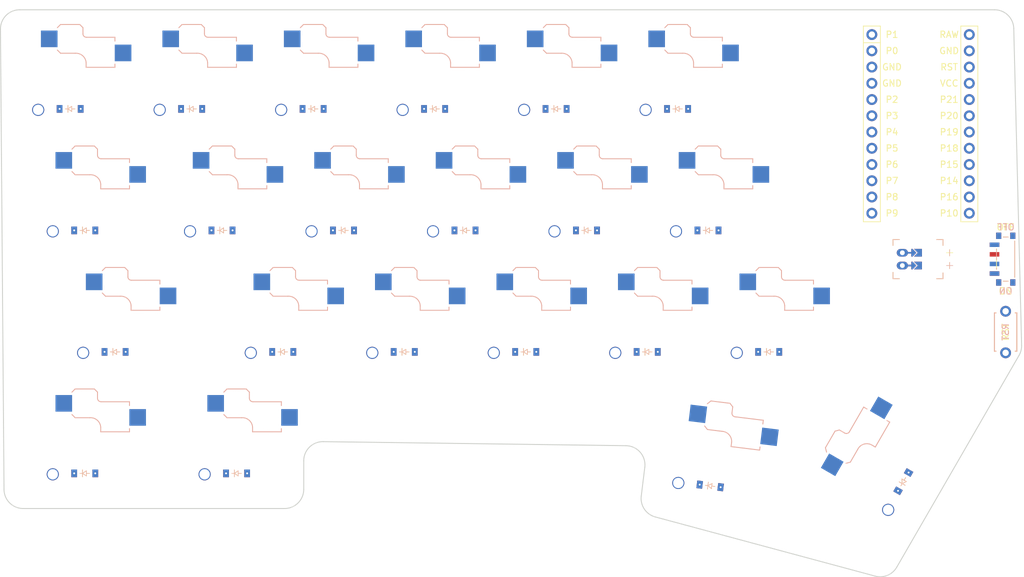
<source format=kicad_pcb>
(kicad_pcb (version 20240108) (generator "ergogen") (generator_version "4.2.1")
  (title_block (title "smth") (date "2026-01-29") (rev "v1.0.0") (company "Unknown"))
  (layers (0 "F.Cu" signal) (31 "B.Cu" signal) (34 "B.Paste" user) (35 "F.Paste" user) (36 "B.SilkS" user "B.Silkscreen") (37 "F.SilkS" user "F.Silkscreen") (38 "B.Mask" user) (39 "F.Mask" user) (44 "Edge.Cuts" user))
  (net 0 "")
  (net 1 "P0")
  (net 2 "esc_default")
  (net 3 "GND")
  (net 4 "D1")
  (net 5 "D2")
  (net 6 "P1")
  (net 7 "q_default")
  (net 8 "P2")
  (net 9 "w_default")
  (net 10 "P3")
  (net 11 "e_default")
  (net 12 "P4")
  (net 13 "r_default")
  (net 14 "P5")
  (net 15 "t_default")
  (net 16 "tab_default")
  (net 17 "a_default")
  (net 18 "s_default")
  (net 19 "d_default")
  (net 20 "f_default")
  (net 21 "g_default")
  (net 22 "lshift_default")
  (net 23 "z_default")
  (net 24 "x_default")
  (net 25 "c_default")
  (net 26 "v_default")
  (net 27 "b_default")
  (net 28 "lctrl_default")
  (net 29 "super_default")
  (net 30 "lower_default")
  (net 31 "space_default")
  (net 32 "P6")
  (net 33 "P7")
  (net 34 "P8")
  (net 35 "P9")
  (net 36 "RAW")
  (net 37 "RST")
  (net 38 "VCC")
  (net 39 "P21")
  (net 40 "P20")
  (net 41 "P19")
  (net 42 "P18")
  (net 43 "P15")
  (net 44 "P14")
  (net 45 "P16")
  (net 46 "P10")
  (net 47 "P101")
  (net 48 "P102")
  (net 49 "P107")
  (net 50 "MCU1_24")
  (net 51 "MCU1_1")
  (net 52 "MCU1_23")
  (net 53 "MCU1_2")
  (net 54 "MCU1_22")
  (net 55 "MCU1_3")
  (net 56 "MCU1_21")
  (net 57 "MCU1_4")
  (net 58 "MCU1_20")
  (net 59 "MCU1_5")
  (net 60 "MCU1_19")
  (net 61 "MCU1_6")
  (net 62 "MCU1_18")
  (net 63 "MCU1_7")
  (net 64 "MCU1_17")
  (net 65 "MCU1_8")
  (net 66 "MCU1_16")
  (net 67 "MCU1_9")
  (net 68 "MCU1_15")
  (net 69 "MCU1_10")
  (net 70 "MCU1_14")
  (net 71 "MCU1_11")
  (net 72 "MCU1_13")
  (net 73 "MCU1_12")
  (net 74 "BAT_P")
  (net 75 "JST1_1")
  (net 76 "JST1_2")
  (footprint "ceoloide:switch_choc_v1_v2" (layer "B.Cu") (at 109.5 100 0)
    (property "Reference" "S1" hide)
    (pad "" np_thru_hole circle (at 0 0 0) (size 5 5) (drill 5) (layers "*.Cu" "*.Mask"))
    (pad "" np_thru_hole circle (at 5.5 0 0) (size 1.9 1.9) (drill 1.9) (layers "*.Cu" "*.Mask"))
    (pad "" np_thru_hole circle (at -5.5 0 0) (size 1.9 1.9) (drill 1.9) (layers "*.Cu" "*.Mask"))
    (pad "" thru_hole circle (at -5.00 5.15 0) (size 1.9 1.9) (drill 1.6) (layers "*.Cu" "*.Mask"))
    (pad "" np_thru_hole circle (at 0 -5.95 0) (size 3 3) (drill 3) (layers "*.Cu" "*.Mask"))
    (pad "1" smd rect (at -3.275 -5.95 0) (size 2.6 2.6) (layers "B.Cu" "B.Paste" "B.Mask") (net 1 "P0"))
    (pad "2" smd rect (at 8.275 -3.75 0) (size 2.6 2.6) (layers "B.Cu" "B.Paste" "B.Mask") (net 2 "esc_default"))
    (pad "" np_thru_hole circle (at 5 -3.75 195) (size 3 3) (drill 3) (layers "*.Cu" "*.Mask"))
  )
  (footprint "ceoloide:switch_choc_v1_v2" (layer "B.Cu") (at 128.5 100 0)
    (property "Reference" "S2" hide)
    (pad "" np_thru_hole circle (at 0 0 0) (size 5 5) (drill 5) (layers "*.Cu" "*.Mask"))
    (pad "" np_thru_hole circle (at 5.5 0 0) (size 1.9 1.9) (drill 1.9) (layers "*.Cu" "*.Mask"))
    (pad "" np_thru_hole circle (at -5.5 0 0) (size 1.9 1.9) (drill 1.9) (layers "*.Cu" "*.Mask"))
    (pad "" thru_hole circle (at -5.00 5.15 0) (size 1.9 1.9) (drill 1.6) (layers "*.Cu" "*.Mask"))
    (pad "" np_thru_hole circle (at 0 -5.95 0) (size 3 3) (drill 3) (layers "*.Cu" "*.Mask"))
    (pad "1" smd rect (at -3.275 -5.95 0) (size 2.6 2.6) (layers "B.Cu" "B.Paste" "B.Mask") (net 6 "P1"))
    (pad "2" smd rect (at 8.275 -3.75 0) (size 2.6 2.6) (layers "B.Cu" "B.Paste" "B.Mask") (net 7 "q_default"))
    (pad "" np_thru_hole circle (at 5 -3.75 195) (size 3 3) (drill 3) (layers "*.Cu" "*.Mask"))
  )
  (footprint "ceoloide:switch_choc_v1_v2" (layer "B.Cu") (at 147.5 100 0)
    (property "Reference" "S3" hide)
    (pad "" np_thru_hole circle (at 0 0 0) (size 5 5) (drill 5) (layers "*.Cu" "*.Mask"))
    (pad "" np_thru_hole circle (at 5.5 0 0) (size 1.9 1.9) (drill 1.9) (layers "*.Cu" "*.Mask"))
    (pad "" np_thru_hole circle (at -5.5 0 0) (size 1.9 1.9) (drill 1.9) (layers "*.Cu" "*.Mask"))
    (pad "" thru_hole circle (at -5.00 5.15 0) (size 1.9 1.9) (drill 1.6) (layers "*.Cu" "*.Mask"))
    (pad "" np_thru_hole circle (at 0 -5.95 0) (size 3 3) (drill 3) (layers "*.Cu" "*.Mask"))
    (pad "1" smd rect (at -3.275 -5.95 0) (size 2.6 2.6) (layers "B.Cu" "B.Paste" "B.Mask") (net 8 "P2"))
    (pad "2" smd rect (at 8.275 -3.75 0) (size 2.6 2.6) (layers "B.Cu" "B.Paste" "B.Mask") (net 9 "w_default"))
    (pad "" np_thru_hole circle (at 5 -3.75 195) (size 3 3) (drill 3) (layers "*.Cu" "*.Mask"))
  )
  (footprint "ceoloide:switch_choc_v1_v2" (layer "B.Cu") (at 166.5 100 0)
    (property "Reference" "S4" hide)
    (pad "" np_thru_hole circle (at 0 0 0) (size 5 5) (drill 5) (layers "*.Cu" "*.Mask"))
    (pad "" np_thru_hole circle (at 5.5 0 0) (size 1.9 1.9) (drill 1.9) (layers "*.Cu" "*.Mask"))
    (pad "" np_thru_hole circle (at -5.5 0 0) (size 1.9 1.9) (drill 1.9) (layers "*.Cu" "*.Mask"))
    (pad "" thru_hole circle (at -5.00 5.15 0) (size 1.9 1.9) (drill 1.6) (layers "*.Cu" "*.Mask"))
    (pad "" np_thru_hole circle (at 0 -5.95 0) (size 3 3) (drill 3) (layers "*.Cu" "*.Mask"))
    (pad "1" smd rect (at -3.275 -5.95 0) (size 2.6 2.6) (layers "B.Cu" "B.Paste" "B.Mask") (net 10 "P3"))
    (pad "2" smd rect (at 8.275 -3.75 0) (size 2.6 2.6) (layers "B.Cu" "B.Paste" "B.Mask") (net 11 "e_default"))
    (pad "" np_thru_hole circle (at 5 -3.75 195) (size 3 3) (drill 3) (layers "*.Cu" "*.Mask"))
  )
  (footprint "ceoloide:switch_choc_v1_v2" (layer "B.Cu") (at 185.5 100 0)
    (property "Reference" "S5" hide)
    (pad "" np_thru_hole circle (at 0 0 0) (size 5 5) (drill 5) (layers "*.Cu" "*.Mask"))
    (pad "" np_thru_hole circle (at 5.5 0 0) (size 1.9 1.9) (drill 1.9) (layers "*.Cu" "*.Mask"))
    (pad "" np_thru_hole circle (at -5.5 0 0) (size 1.9 1.9) (drill 1.9) (layers "*.Cu" "*.Mask"))
    (pad "" thru_hole circle (at -5.00 5.15 0) (size 1.9 1.9) (drill 1.6) (layers "*.Cu" "*.Mask"))
    (pad "" np_thru_hole circle (at 0 -5.95 0) (size 3 3) (drill 3) (layers "*.Cu" "*.Mask"))
    (pad "1" smd rect (at -3.275 -5.95 0) (size 2.6 2.6) (layers "B.Cu" "B.Paste" "B.Mask") (net 12 "P4"))
    (pad "2" smd rect (at 8.275 -3.75 0) (size 2.6 2.6) (layers "B.Cu" "B.Paste" "B.Mask") (net 13 "r_default"))
    (pad "" np_thru_hole circle (at 5 -3.75 195) (size 3 3) (drill 3) (layers "*.Cu" "*.Mask"))
  )
  (footprint "ceoloide:switch_choc_v1_v2" (layer "B.Cu") (at 204.5 100 0)
    (property "Reference" "S6" hide)
    (pad "" np_thru_hole circle (at 0 0 0) (size 5 5) (drill 5) (layers "*.Cu" "*.Mask"))
    (pad "" np_thru_hole circle (at 5.5 0 0) (size 1.9 1.9) (drill 1.9) (layers "*.Cu" "*.Mask"))
    (pad "" np_thru_hole circle (at -5.5 0 0) (size 1.9 1.9) (drill 1.9) (layers "*.Cu" "*.Mask"))
    (pad "" thru_hole circle (at -5.00 5.15 0) (size 1.9 1.9) (drill 1.6) (layers "*.Cu" "*.Mask"))
    (pad "" np_thru_hole circle (at 0 -5.95 0) (size 3 3) (drill 3) (layers "*.Cu" "*.Mask"))
    (pad "1" smd rect (at -3.275 -5.95 0) (size 2.6 2.6) (layers "B.Cu" "B.Paste" "B.Mask") (net 14 "P5"))
    (pad "2" smd rect (at 8.275 -3.75 0) (size 2.6 2.6) (layers "B.Cu" "B.Paste" "B.Mask") (net 15 "t_default"))
    (pad "" np_thru_hole circle (at 5 -3.75 195) (size 3 3) (drill 3) (layers "*.Cu" "*.Mask"))
  )
  (footprint "ceoloide:switch_choc_v1_v2" (layer "B.Cu") (at 111.78 119 0)
    (property "Reference" "S7" hide)
    (pad "" np_thru_hole circle (at 0 0 0) (size 5 5) (drill 5) (layers "*.Cu" "*.Mask"))
    (pad "" np_thru_hole circle (at 5.5 0 0) (size 1.9 1.9) (drill 1.9) (layers "*.Cu" "*.Mask"))
    (pad "" np_thru_hole circle (at -5.5 0 0) (size 1.9 1.9) (drill 1.9) (layers "*.Cu" "*.Mask"))
    (pad "" thru_hole circle (at -5.00 5.15 0) (size 1.9 1.9) (drill 1.6) (layers "*.Cu" "*.Mask"))
    (pad "" np_thru_hole circle (at 0 -5.95 0) (size 3 3) (drill 3) (layers "*.Cu" "*.Mask"))
    (pad "1" smd rect (at -3.275 -5.95 0) (size 2.6 2.6) (layers "B.Cu" "B.Paste" "B.Mask") (net 1 "P0"))
    (pad "2" smd rect (at 8.275 -3.75 0) (size 2.6 2.6) (layers "B.Cu" "B.Paste" "B.Mask") (net 16 "tab_default"))
    (pad "" np_thru_hole circle (at 5 -3.75 195) (size 3 3) (drill 3) (layers "*.Cu" "*.Mask"))
  )
  (footprint "ceoloide:switch_choc_v1_v2" (layer "B.Cu") (at 133.25 119 0)
    (property "Reference" "S8" hide)
    (pad "" np_thru_hole circle (at 0 0 0) (size 5 5) (drill 5) (layers "*.Cu" "*.Mask"))
    (pad "" np_thru_hole circle (at 5.5 0 0) (size 1.9 1.9) (drill 1.9) (layers "*.Cu" "*.Mask"))
    (pad "" np_thru_hole circle (at -5.5 0 0) (size 1.9 1.9) (drill 1.9) (layers "*.Cu" "*.Mask"))
    (pad "" thru_hole circle (at -5.00 5.15 0) (size 1.9 1.9) (drill 1.6) (layers "*.Cu" "*.Mask"))
    (pad "" np_thru_hole circle (at 0 -5.95 0) (size 3 3) (drill 3) (layers "*.Cu" "*.Mask"))
    (pad "1" smd rect (at -3.275 -5.95 0) (size 2.6 2.6) (layers "B.Cu" "B.Paste" "B.Mask") (net 6 "P1"))
    (pad "2" smd rect (at 8.275 -3.75 0) (size 2.6 2.6) (layers "B.Cu" "B.Paste" "B.Mask") (net 17 "a_default"))
    (pad "" np_thru_hole circle (at 5 -3.75 195) (size 3 3) (drill 3) (layers "*.Cu" "*.Mask"))
  )
  (footprint "ceoloide:switch_choc_v1_v2" (layer "B.Cu") (at 152.25 119 0)
    (property "Reference" "S9" hide)
    (pad "" np_thru_hole circle (at 0 0 0) (size 5 5) (drill 5) (layers "*.Cu" "*.Mask"))
    (pad "" np_thru_hole circle (at 5.5 0 0) (size 1.9 1.9) (drill 1.9) (layers "*.Cu" "*.Mask"))
    (pad "" np_thru_hole circle (at -5.5 0 0) (size 1.9 1.9) (drill 1.9) (layers "*.Cu" "*.Mask"))
    (pad "" thru_hole circle (at -5.00 5.15 0) (size 1.9 1.9) (drill 1.6) (layers "*.Cu" "*.Mask"))
    (pad "" np_thru_hole circle (at 0 -5.95 0) (size 3 3) (drill 3) (layers "*.Cu" "*.Mask"))
    (pad "1" smd rect (at -3.275 -5.95 0) (size 2.6 2.6) (layers "B.Cu" "B.Paste" "B.Mask") (net 8 "P2"))
    (pad "2" smd rect (at 8.275 -3.75 0) (size 2.6 2.6) (layers "B.Cu" "B.Paste" "B.Mask") (net 18 "s_default"))
    (pad "" np_thru_hole circle (at 5 -3.75 195) (size 3 3) (drill 3) (layers "*.Cu" "*.Mask"))
  )
  (footprint "ceoloide:switch_choc_v1_v2" (layer "B.Cu") (at 171.25 119 0)
    (property "Reference" "S10" hide)
    (pad "" np_thru_hole circle (at 0 0 0) (size 5 5) (drill 5) (layers "*.Cu" "*.Mask"))
    (pad "" np_thru_hole circle (at 5.5 0 0) (size 1.9 1.9) (drill 1.9) (layers "*.Cu" "*.Mask"))
    (pad "" np_thru_hole circle (at -5.5 0 0) (size 1.9 1.9) (drill 1.9) (layers "*.Cu" "*.Mask"))
    (pad "" thru_hole circle (at -5.00 5.15 0) (size 1.9 1.9) (drill 1.6) (layers "*.Cu" "*.Mask"))
    (pad "" np_thru_hole circle (at 0 -5.95 0) (size 3 3) (drill 3) (layers "*.Cu" "*.Mask"))
    (pad "1" smd rect (at -3.275 -5.95 0) (size 2.6 2.6) (layers "B.Cu" "B.Paste" "B.Mask") (net 10 "P3"))
    (pad "2" smd rect (at 8.275 -3.75 0) (size 2.6 2.6) (layers "B.Cu" "B.Paste" "B.Mask") (net 19 "d_default"))
    (pad "" np_thru_hole circle (at 5 -3.75 195) (size 3 3) (drill 3) (layers "*.Cu" "*.Mask"))
  )
  (footprint "ceoloide:switch_choc_v1_v2" (layer "B.Cu") (at 190.25 119 0)
    (property "Reference" "S11" hide)
    (pad "" np_thru_hole circle (at 0 0 0) (size 5 5) (drill 5) (layers "*.Cu" "*.Mask"))
    (pad "" np_thru_hole circle (at 5.5 0 0) (size 1.9 1.9) (drill 1.9) (layers "*.Cu" "*.Mask"))
    (pad "" np_thru_hole circle (at -5.5 0 0) (size 1.9 1.9) (drill 1.9) (layers "*.Cu" "*.Mask"))
    (pad "" thru_hole circle (at -5.00 5.15 0) (size 1.9 1.9) (drill 1.6) (layers "*.Cu" "*.Mask"))
    (pad "" np_thru_hole circle (at 0 -5.95 0) (size 3 3) (drill 3) (layers "*.Cu" "*.Mask"))
    (pad "1" smd rect (at -3.275 -5.95 0) (size 2.6 2.6) (layers "B.Cu" "B.Paste" "B.Mask") (net 12 "P4"))
    (pad "2" smd rect (at 8.275 -3.75 0) (size 2.6 2.6) (layers "B.Cu" "B.Paste" "B.Mask") (net 20 "f_default"))
    (pad "" np_thru_hole circle (at 5 -3.75 195) (size 3 3) (drill 3) (layers "*.Cu" "*.Mask"))
  )
  (footprint "ceoloide:switch_choc_v1_v2" (layer "B.Cu") (at 209.25 119 0)
    (property "Reference" "S12" hide)
    (pad "" np_thru_hole circle (at 0 0 0) (size 5 5) (drill 5) (layers "*.Cu" "*.Mask"))
    (pad "" np_thru_hole circle (at 5.5 0 0) (size 1.9 1.9) (drill 1.9) (layers "*.Cu" "*.Mask"))
    (pad "" np_thru_hole circle (at -5.5 0 0) (size 1.9 1.9) (drill 1.9) (layers "*.Cu" "*.Mask"))
    (pad "" thru_hole circle (at -5.00 5.15 0) (size 1.9 1.9) (drill 1.6) (layers "*.Cu" "*.Mask"))
    (pad "" np_thru_hole circle (at 0 -5.95 0) (size 3 3) (drill 3) (layers "*.Cu" "*.Mask"))
    (pad "1" smd rect (at -3.275 -5.95 0) (size 2.6 2.6) (layers "B.Cu" "B.Paste" "B.Mask") (net 14 "P5"))
    (pad "2" smd rect (at 8.275 -3.75 0) (size 2.6 2.6) (layers "B.Cu" "B.Paste" "B.Mask") (net 21 "g_default"))
    (pad "" np_thru_hole circle (at 5 -3.75 195) (size 3 3) (drill 3) (layers "*.Cu" "*.Mask"))
  )
  (footprint "ceoloide:switch_choc_v1_v2" (layer "B.Cu") (at 116.53 138 0)
    (property "Reference" "S13" hide)
    (pad "" np_thru_hole circle (at 0 0 0) (size 5 5) (drill 5) (layers "*.Cu" "*.Mask"))
    (pad "" np_thru_hole circle (at 5.5 0 0) (size 1.9 1.9) (drill 1.9) (layers "*.Cu" "*.Mask"))
    (pad "" np_thru_hole circle (at -5.5 0 0) (size 1.9 1.9) (drill 1.9) (layers "*.Cu" "*.Mask"))
    (pad "" thru_hole circle (at -5.00 5.15 0) (size 1.9 1.9) (drill 1.6) (layers "*.Cu" "*.Mask"))
    (pad "" np_thru_hole circle (at 0 -5.95 0) (size 3 3) (drill 3) (layers "*.Cu" "*.Mask"))
    (pad "1" smd rect (at -3.275 -5.95 0) (size 2.6 2.6) (layers "B.Cu" "B.Paste" "B.Mask") (net 1 "P0"))
    (pad "2" smd rect (at 8.275 -3.75 0) (size 2.6 2.6) (layers "B.Cu" "B.Paste" "B.Mask") (net 22 "lshift_default"))
    (pad "" np_thru_hole circle (at 5 -3.75 195) (size 3 3) (drill 3) (layers "*.Cu" "*.Mask"))
  )
  (footprint "ceoloide:switch_choc_v1_v2" (layer "B.Cu") (at 142.75 138 0)
    (property "Reference" "S14" hide)
    (pad "" np_thru_hole circle (at 0 0 0) (size 5 5) (drill 5) (layers "*.Cu" "*.Mask"))
    (pad "" np_thru_hole circle (at 5.5 0 0) (size 1.9 1.9) (drill 1.9) (layers "*.Cu" "*.Mask"))
    (pad "" np_thru_hole circle (at -5.5 0 0) (size 1.9 1.9) (drill 1.9) (layers "*.Cu" "*.Mask"))
    (pad "" thru_hole circle (at -5.00 5.15 0) (size 1.9 1.9) (drill 1.6) (layers "*.Cu" "*.Mask"))
    (pad "" np_thru_hole circle (at 0 -5.95 0) (size 3 3) (drill 3) (layers "*.Cu" "*.Mask"))
    (pad "1" smd rect (at -3.275 -5.95 0) (size 2.6 2.6) (layers "B.Cu" "B.Paste" "B.Mask") (net 6 "P1"))
    (pad "2" smd rect (at 8.275 -3.75 0) (size 2.6 2.6) (layers "B.Cu" "B.Paste" "B.Mask") (net 23 "z_default"))
    (pad "" np_thru_hole circle (at 5 -3.75 195) (size 3 3) (drill 3) (layers "*.Cu" "*.Mask"))
  )
  (footprint "ceoloide:switch_choc_v1_v2" (layer "B.Cu") (at 161.75 138 0)
    (property "Reference" "S15" hide)
    (pad "" np_thru_hole circle (at 0 0 0) (size 5 5) (drill 5) (layers "*.Cu" "*.Mask"))
    (pad "" np_thru_hole circle (at 5.5 0 0) (size 1.9 1.9) (drill 1.9) (layers "*.Cu" "*.Mask"))
    (pad "" np_thru_hole circle (at -5.5 0 0) (size 1.9 1.9) (drill 1.9) (layers "*.Cu" "*.Mask"))
    (pad "" thru_hole circle (at -5.00 5.15 0) (size 1.9 1.9) (drill 1.6) (layers "*.Cu" "*.Mask"))
    (pad "" np_thru_hole circle (at 0 -5.95 0) (size 3 3) (drill 3) (layers "*.Cu" "*.Mask"))
    (pad "1" smd rect (at -3.275 -5.95 0) (size 2.6 2.6) (layers "B.Cu" "B.Paste" "B.Mask") (net 8 "P2"))
    (pad "2" smd rect (at 8.275 -3.75 0) (size 2.6 2.6) (layers "B.Cu" "B.Paste" "B.Mask") (net 24 "x_default"))
    (pad "" np_thru_hole circle (at 5 -3.75 195) (size 3 3) (drill 3) (layers "*.Cu" "*.Mask"))
  )
  (footprint "ceoloide:switch_choc_v1_v2" (layer "B.Cu") (at 180.75 138 0)
    (property "Reference" "S16" hide)
    (pad "" np_thru_hole circle (at 0 0 0) (size 5 5) (drill 5) (layers "*.Cu" "*.Mask"))
    (pad "" np_thru_hole circle (at 5.5 0 0) (size 1.9 1.9) (drill 1.9) (layers "*.Cu" "*.Mask"))
    (pad "" np_thru_hole circle (at -5.5 0 0) (size 1.9 1.9) (drill 1.9) (layers "*.Cu" "*.Mask"))
    (pad "" thru_hole circle (at -5.00 5.15 0) (size 1.9 1.9) (drill 1.6) (layers "*.Cu" "*.Mask"))
    (pad "" np_thru_hole circle (at 0 -5.95 0) (size 3 3) (drill 3) (layers "*.Cu" "*.Mask"))
    (pad "1" smd rect (at -3.275 -5.95 0) (size 2.6 2.6) (layers "B.Cu" "B.Paste" "B.Mask") (net 10 "P3"))
    (pad "2" smd rect (at 8.275 -3.75 0) (size 2.6 2.6) (layers "B.Cu" "B.Paste" "B.Mask") (net 25 "c_default"))
    (pad "" np_thru_hole circle (at 5 -3.75 195) (size 3 3) (drill 3) (layers "*.Cu" "*.Mask"))
  )
  (footprint "ceoloide:switch_choc_v1_v2" (layer "B.Cu") (at 199.75 138 0)
    (property "Reference" "S17" hide)
    (pad "" np_thru_hole circle (at 0 0 0) (size 5 5) (drill 5) (layers "*.Cu" "*.Mask"))
    (pad "" np_thru_hole circle (at 5.5 0 0) (size 1.9 1.9) (drill 1.9) (layers "*.Cu" "*.Mask"))
    (pad "" np_thru_hole circle (at -5.5 0 0) (size 1.9 1.9) (drill 1.9) (layers "*.Cu" "*.Mask"))
    (pad "" thru_hole circle (at -5.00 5.15 0) (size 1.9 1.9) (drill 1.6) (layers "*.Cu" "*.Mask"))
    (pad "" np_thru_hole circle (at 0 -5.95 0) (size 3 3) (drill 3) (layers "*.Cu" "*.Mask"))
    (pad "1" smd rect (at -3.275 -5.95 0) (size 2.6 2.6) (layers "B.Cu" "B.Paste" "B.Mask") (net 12 "P4"))
    (pad "2" smd rect (at 8.275 -3.75 0) (size 2.6 2.6) (layers "B.Cu" "B.Paste" "B.Mask") (net 26 "v_default"))
    (pad "" np_thru_hole circle (at 5 -3.75 195) (size 3 3) (drill 3) (layers "*.Cu" "*.Mask"))
  )
  (footprint "ceoloide:switch_choc_v1_v2" (layer "B.Cu") (at 218.75 138 0)
    (property "Reference" "S18" hide)
    (pad "" np_thru_hole circle (at 0 0 0) (size 5 5) (drill 5) (layers "*.Cu" "*.Mask"))
    (pad "" np_thru_hole circle (at 5.5 0 0) (size 1.9 1.9) (drill 1.9) (layers "*.Cu" "*.Mask"))
    (pad "" np_thru_hole circle (at -5.5 0 0) (size 1.9 1.9) (drill 1.9) (layers "*.Cu" "*.Mask"))
    (pad "" thru_hole circle (at -5.00 5.15 0) (size 1.9 1.9) (drill 1.6) (layers "*.Cu" "*.Mask"))
    (pad "" np_thru_hole circle (at 0 -5.95 0) (size 3 3) (drill 3) (layers "*.Cu" "*.Mask"))
    (pad "1" smd rect (at -3.275 -5.95 0) (size 2.6 2.6) (layers "B.Cu" "B.Paste" "B.Mask") (net 14 "P5"))
    (pad "2" smd rect (at 8.275 -3.75 0) (size 2.6 2.6) (layers "B.Cu" "B.Paste" "B.Mask") (net 27 "b_default"))
    (pad "" np_thru_hole circle (at 5 -3.75 195) (size 3 3) (drill 3) (layers "*.Cu" "*.Mask"))
  )
  (footprint "ceoloide:switch_choc_v1_v2" (layer "B.Cu") (at 111.78 157 0)
    (property "Reference" "S19" hide)
    (pad "" np_thru_hole circle (at 0 0 0) (size 5 5) (drill 5) (layers "*.Cu" "*.Mask"))
    (pad "" np_thru_hole circle (at 5.5 0 0) (size 1.9 1.9) (drill 1.9) (layers "*.Cu" "*.Mask"))
    (pad "" np_thru_hole circle (at -5.5 0 0) (size 1.9 1.9) (drill 1.9) (layers "*.Cu" "*.Mask"))
    (pad "" thru_hole circle (at -5.00 5.15 0) (size 1.9 1.9) (drill 1.6) (layers "*.Cu" "*.Mask"))
    (pad "" np_thru_hole circle (at 0 -5.95 0) (size 3 3) (drill 3) (layers "*.Cu" "*.Mask"))
    (pad "1" smd rect (at -3.275 -5.95 0) (size 2.6 2.6) (layers "B.Cu" "B.Paste" "B.Mask") (net 1 "P0"))
    (pad "2" smd rect (at 8.275 -3.75 0) (size 2.6 2.6) (layers "B.Cu" "B.Paste" "B.Mask") (net 28 "lctrl_default"))
    (pad "" np_thru_hole circle (at 5 -3.75 195) (size 3 3) (drill 3) (layers "*.Cu" "*.Mask"))
  )
  (footprint "ceoloide:switch_choc_v1_v2" (layer "B.Cu") (at 135.53 157 0)
    (property "Reference" "S20" hide)
    (pad "" np_thru_hole circle (at 0 0 0) (size 5 5) (drill 5) (layers "*.Cu" "*.Mask"))
    (pad "" np_thru_hole circle (at 5.5 0 0) (size 1.9 1.9) (drill 1.9) (layers "*.Cu" "*.Mask"))
    (pad "" np_thru_hole circle (at -5.5 0 0) (size 1.9 1.9) (drill 1.9) (layers "*.Cu" "*.Mask"))
    (pad "" thru_hole circle (at -5.00 5.15 0) (size 1.9 1.9) (drill 1.6) (layers "*.Cu" "*.Mask"))
    (pad "" np_thru_hole circle (at 0 -5.95 0) (size 3 3) (drill 3) (layers "*.Cu" "*.Mask"))
    (pad "1" smd rect (at -3.275 -5.95 0) (size 2.6 2.6) (layers "B.Cu" "B.Paste" "B.Mask") (net 6 "P1"))
    (pad "2" smd rect (at 8.275 -3.75 0) (size 2.6 2.6) (layers "B.Cu" "B.Paste" "B.Mask") (net 29 "super_default"))
    (pad "" np_thru_hole circle (at 5 -3.75 195) (size 3 3) (drill 3) (layers "*.Cu" "*.Mask"))
  )
  (footprint "ceoloide:switch_choc_v1_v2" (layer "B.Cu") (at 210.2 159 -7)
    (property "Reference" "S21" hide)
    (pad "" np_thru_hole circle (at 0 0 -7) (size 5 5) (drill 5) (layers "*.Cu" "*.Mask"))
    (pad "" np_thru_hole circle (at 5.5 0 -7) (size 1.9 1.9) (drill 1.9) (layers "*.Cu" "*.Mask"))
    (pad "" np_thru_hole circle (at -5.5 0 -7) (size 1.9 1.9) (drill 1.9) (layers "*.Cu" "*.Mask"))
    (pad "" thru_hole circle (at -5.00 5.15 -7) (size 1.9 1.9) (drill 1.6) (layers "*.Cu" "*.Mask"))
    (pad "" np_thru_hole circle (at 0 -5.95 -7) (size 3 3) (drill 3) (layers "*.Cu" "*.Mask"))
    (pad "1" smd rect (at -3.275 -5.95 -7) (size 2.6 2.6) (layers "B.Cu" "B.Paste" "B.Mask") (net 14 "P5"))
    (pad "2" smd rect (at 8.275 -3.75 -7) (size 2.6 2.6) (layers "B.Cu" "B.Paste" "B.Mask") (net 30 "lower_default"))
    (pad "" np_thru_hole circle (at 5 -3.75 188) (size 3 3) (drill 3) (layers "*.Cu" "*.Mask"))
  )
  (footprint "ceoloide:switch_choc_v1_v2" (layer "B.Cu") (at 235.47 160.8 60)
    (property "Reference" "S22" hide)
    (pad "" np_thru_hole circle (at 0 0 60) (size 5 5) (drill 5) (layers "*.Cu" "*.Mask"))
    (pad "" np_thru_hole circle (at 5.5 0 60) (size 1.9 1.9) (drill 1.9) (layers "*.Cu" "*.Mask"))
    (pad "" np_thru_hole circle (at -5.5 0 60) (size 1.9 1.9) (drill 1.9) (layers "*.Cu" "*.Mask"))
    (pad "" thru_hole circle (at -5.00 5.15 60) (size 1.9 1.9) (drill 1.6) (layers "*.Cu" "*.Mask"))
    (pad "" np_thru_hole circle (at 0 -5.95 60) (size 3 3) (drill 3) (layers "*.Cu" "*.Mask"))
    (pad "1" smd rect (at -3.275 -5.95 60) (size 2.6 2.6) (layers "B.Cu" "B.Paste" "B.Mask") (net 14 "P5"))
    (pad "2" smd rect (at 8.275 -3.75 60) (size 2.6 2.6) (layers "B.Cu" "B.Paste" "B.Mask") (net 31 "space_default"))
    (pad "" np_thru_hole circle (at 5 -3.75 255) (size 3 3) (drill 3) (layers "*.Cu" "*.Mask"))
  )
  (module ComboDiode (layer F.Cu) (at 109.5 105 0)
    (fp_text reference "D1" hide)
    (fp_text value "" hide)
    (pad 1 smd rect (at -1.65 0 0) (size 0.9 1.2) (layers F.Cu F.Paste F.Mask) (net 32 "P6"))
    (pad 2 smd rect (at 1.65 0 0) (size 0.9 1.2) (layers B.Cu B.Paste B.Mask) (net 2 "esc_default"))
    (pad 1 smd rect (at -1.65 0 0) (size 0.9 1.2) (layers B.Cu B.Paste B.Mask) (net 32 "P6"))
    (pad 2 smd rect (at 1.65 0 0) (size 0.9 1.2) (layers F.Cu F.Paste F.Mask) (net 2 "esc_default"))
    (pad 1 thru_hole circle (at -1.65 0 0) (size 0.6 0.6) (drill 0.3) (layers "*.Cu") (net 32 "P6"))
    (pad 1 thru_hole circle (at 1.65 0 0) (size 0.6 0.6) (drill 0.3) (layers "*.Cu") (net 2 "esc_default"))
  )
  (module ComboDiode (layer F.Cu) (at 128.5 105 0)
    (fp_text reference "D2" hide)
    (fp_text value "" hide)
    (pad 1 smd rect (at -1.65 0 0) (size 0.9 1.2) (layers F.Cu F.Paste F.Mask) (net 32 "P6"))
    (pad 2 smd rect (at 1.65 0 0) (size 0.9 1.2) (layers B.Cu B.Paste B.Mask) (net 7 "q_default"))
    (pad 1 smd rect (at -1.65 0 0) (size 0.9 1.2) (layers B.Cu B.Paste B.Mask) (net 32 "P6"))
    (pad 2 smd rect (at 1.65 0 0) (size 0.9 1.2) (layers F.Cu F.Paste F.Mask) (net 7 "q_default"))
    (pad 1 thru_hole circle (at -1.65 0 0) (size 0.6 0.6) (drill 0.3) (layers "*.Cu") (net 32 "P6"))
    (pad 1 thru_hole circle (at 1.65 0 0) (size 0.6 0.6) (drill 0.3) (layers "*.Cu") (net 7 "q_default"))
  )
  (module ComboDiode (layer F.Cu) (at 147.5 105 0)
    (fp_text reference "D3" hide)
    (fp_text value "" hide)
    (pad 1 smd rect (at -1.65 0 0) (size 0.9 1.2) (layers F.Cu F.Paste F.Mask) (net 32 "P6"))
    (pad 2 smd rect (at 1.65 0 0) (size 0.9 1.2) (layers B.Cu B.Paste B.Mask) (net 9 "w_default"))
    (pad 1 smd rect (at -1.65 0 0) (size 0.9 1.2) (layers B.Cu B.Paste B.Mask) (net 32 "P6"))
    (pad 2 smd rect (at 1.65 0 0) (size 0.9 1.2) (layers F.Cu F.Paste F.Mask) (net 9 "w_default"))
    (pad 1 thru_hole circle (at -1.65 0 0) (size 0.6 0.6) (drill 0.3) (layers "*.Cu") (net 32 "P6"))
    (pad 1 thru_hole circle (at 1.65 0 0) (size 0.6 0.6) (drill 0.3) (layers "*.Cu") (net 9 "w_default"))
  )
  (module ComboDiode (layer F.Cu) (at 166.5 105 0)
    (fp_text reference "D4" hide)
    (fp_text value "" hide)
    (pad 1 smd rect (at -1.65 0 0) (size 0.9 1.2) (layers F.Cu F.Paste F.Mask) (net 32 "P6"))
    (pad 2 smd rect (at 1.65 0 0) (size 0.9 1.2) (layers B.Cu B.Paste B.Mask) (net 11 "e_default"))
    (pad 1 smd rect (at -1.65 0 0) (size 0.9 1.2) (layers B.Cu B.Paste B.Mask) (net 32 "P6"))
    (pad 2 smd rect (at 1.65 0 0) (size 0.9 1.2) (layers F.Cu F.Paste F.Mask) (net 11 "e_default"))
    (pad 1 thru_hole circle (at -1.65 0 0) (size 0.6 0.6) (drill 0.3) (layers "*.Cu") (net 32 "P6"))
    (pad 1 thru_hole circle (at 1.65 0 0) (size 0.6 0.6) (drill 0.3) (layers "*.Cu") (net 11 "e_default"))
  )
  (module ComboDiode (layer F.Cu) (at 185.5 105 0)
    (fp_text reference "D5" hide)
    (fp_text value "" hide)
    (pad 1 smd rect (at -1.65 0 0) (size 0.9 1.2) (layers F.Cu F.Paste F.Mask) (net 32 "P6"))
    (pad 2 smd rect (at 1.65 0 0) (size 0.9 1.2) (layers B.Cu B.Paste B.Mask) (net 13 "r_default"))
    (pad 1 smd rect (at -1.65 0 0) (size 0.9 1.2) (layers B.Cu B.Paste B.Mask) (net 32 "P6"))
    (pad 2 smd rect (at 1.65 0 0) (size 0.9 1.2) (layers F.Cu F.Paste F.Mask) (net 13 "r_default"))
    (pad 1 thru_hole circle (at -1.65 0 0) (size 0.6 0.6) (drill 0.3) (layers "*.Cu") (net 32 "P6"))
    (pad 1 thru_hole circle (at 1.65 0 0) (size 0.6 0.6) (drill 0.3) (layers "*.Cu") (net 13 "r_default"))
  )
  (module ComboDiode (layer F.Cu) (at 204.5 105 0)
    (fp_text reference "D6" hide)
    (fp_text value "" hide)
    (pad 1 smd rect (at -1.65 0 0) (size 0.9 1.2) (layers F.Cu F.Paste F.Mask) (net 32 "P6"))
    (pad 2 smd rect (at 1.65 0 0) (size 0.9 1.2) (layers B.Cu B.Paste B.Mask) (net 15 "t_default"))
    (pad 1 smd rect (at -1.65 0 0) (size 0.9 1.2) (layers B.Cu B.Paste B.Mask) (net 32 "P6"))
    (pad 2 smd rect (at 1.65 0 0) (size 0.9 1.2) (layers F.Cu F.Paste F.Mask) (net 15 "t_default"))
    (pad 1 thru_hole circle (at -1.65 0 0) (size 0.6 0.6) (drill 0.3) (layers "*.Cu") (net 32 "P6"))
    (pad 1 thru_hole circle (at 1.65 0 0) (size 0.6 0.6) (drill 0.3) (layers "*.Cu") (net 15 "t_default"))
  )
  (module ComboDiode (layer F.Cu) (at 111.78 124 0)
    (fp_text reference "D7" hide)
    (fp_text value "" hide)
    (pad 1 smd rect (at -1.65 0 0) (size 0.9 1.2) (layers F.Cu F.Paste F.Mask) (net 33 "P7"))
    (pad 2 smd rect (at 1.65 0 0) (size 0.9 1.2) (layers B.Cu B.Paste B.Mask) (net 16 "tab_default"))
    (pad 1 smd rect (at -1.65 0 0) (size 0.9 1.2) (layers B.Cu B.Paste B.Mask) (net 33 "P7"))
    (pad 2 smd rect (at 1.65 0 0) (size 0.9 1.2) (layers F.Cu F.Paste F.Mask) (net 16 "tab_default"))
    (pad 1 thru_hole circle (at -1.65 0 0) (size 0.6 0.6) (drill 0.3) (layers "*.Cu") (net 33 "P7"))
    (pad 1 thru_hole circle (at 1.65 0 0) (size 0.6 0.6) (drill 0.3) (layers "*.Cu") (net 16 "tab_default"))
  )
  (module ComboDiode (layer F.Cu) (at 133.25 124 0)
    (fp_text reference "D8" hide)
    (fp_text value "" hide)
    (pad 1 smd rect (at -1.65 0 0) (size 0.9 1.2) (layers F.Cu F.Paste F.Mask) (net 33 "P7"))
    (pad 2 smd rect (at 1.65 0 0) (size 0.9 1.2) (layers B.Cu B.Paste B.Mask) (net 17 "a_default"))
    (pad 1 smd rect (at -1.65 0 0) (size 0.9 1.2) (layers B.Cu B.Paste B.Mask) (net 33 "P7"))
    (pad 2 smd rect (at 1.65 0 0) (size 0.9 1.2) (layers F.Cu F.Paste F.Mask) (net 17 "a_default"))
    (pad 1 thru_hole circle (at -1.65 0 0) (size 0.6 0.6) (drill 0.3) (layers "*.Cu") (net 33 "P7"))
    (pad 1 thru_hole circle (at 1.65 0 0) (size 0.6 0.6) (drill 0.3) (layers "*.Cu") (net 17 "a_default"))
  )
  (module ComboDiode (layer F.Cu) (at 152.25 124 0)
    (fp_text reference "D9" hide)
    (fp_text value "" hide)
    (pad 1 smd rect (at -1.65 0 0) (size 0.9 1.2) (layers F.Cu F.Paste F.Mask) (net 33 "P7"))
    (pad 2 smd rect (at 1.65 0 0) (size 0.9 1.2) (layers B.Cu B.Paste B.Mask) (net 18 "s_default"))
    (pad 1 smd rect (at -1.65 0 0) (size 0.9 1.2) (layers B.Cu B.Paste B.Mask) (net 33 "P7"))
    (pad 2 smd rect (at 1.65 0 0) (size 0.9 1.2) (layers F.Cu F.Paste F.Mask) (net 18 "s_default"))
    (pad 1 thru_hole circle (at -1.65 0 0) (size 0.6 0.6) (drill 0.3) (layers "*.Cu") (net 33 "P7"))
    (pad 1 thru_hole circle (at 1.65 0 0) (size 0.6 0.6) (drill 0.3) (layers "*.Cu") (net 18 "s_default"))
  )
  (module ComboDiode (layer F.Cu) (at 171.25 124 0)
    (fp_text reference "D10" hide)
    (fp_text value "" hide)
    (pad 1 smd rect (at -1.65 0 0) (size 0.9 1.2) (layers F.Cu F.Paste F.Mask) (net 33 "P7"))
    (pad 2 smd rect (at 1.65 0 0) (size 0.9 1.2) (layers B.Cu B.Paste B.Mask) (net 19 "d_default"))
    (pad 1 smd rect (at -1.65 0 0) (size 0.9 1.2) (layers B.Cu B.Paste B.Mask) (net 33 "P7"))
    (pad 2 smd rect (at 1.65 0 0) (size 0.9 1.2) (layers F.Cu F.Paste F.Mask) (net 19 "d_default"))
    (pad 1 thru_hole circle (at -1.65 0 0) (size 0.6 0.6) (drill 0.3) (layers "*.Cu") (net 33 "P7"))
    (pad 1 thru_hole circle (at 1.65 0 0) (size 0.6 0.6) (drill 0.3) (layers "*.Cu") (net 19 "d_default"))
  )
  (module ComboDiode (layer F.Cu) (at 190.25 124 0)
    (fp_text reference "D11" hide)
    (fp_text value "" hide)
    (pad 1 smd rect (at -1.65 0 0) (size 0.9 1.2) (layers F.Cu F.Paste F.Mask) (net 33 "P7"))
    (pad 2 smd rect (at 1.65 0 0) (size 0.9 1.2) (layers B.Cu B.Paste B.Mask) (net 20 "f_default"))
    (pad 1 smd rect (at -1.65 0 0) (size 0.9 1.2) (layers B.Cu B.Paste B.Mask) (net 33 "P7"))
    (pad 2 smd rect (at 1.65 0 0) (size 0.9 1.2) (layers F.Cu F.Paste F.Mask) (net 20 "f_default"))
    (pad 1 thru_hole circle (at -1.65 0 0) (size 0.6 0.6) (drill 0.3) (layers "*.Cu") (net 33 "P7"))
    (pad 1 thru_hole circle (at 1.65 0 0) (size 0.6 0.6) (drill 0.3) (layers "*.Cu") (net 20 "f_default"))
  )
  (module ComboDiode (layer F.Cu) (at 209.25 124 0)
    (fp_text reference "D12" hide)
    (fp_text value "" hide)
    (pad 1 smd rect (at -1.65 0 0) (size 0.9 1.2) (layers F.Cu F.Paste F.Mask) (net 33 "P7"))
    (pad 2 smd rect (at 1.65 0 0) (size 0.9 1.2) (layers B.Cu B.Paste B.Mask) (net 21 "g_default"))
    (pad 1 smd rect (at -1.65 0 0) (size 0.9 1.2) (layers B.Cu B.Paste B.Mask) (net 33 "P7"))
    (pad 2 smd rect (at 1.65 0 0) (size 0.9 1.2) (layers F.Cu F.Paste F.Mask) (net 21 "g_default"))
    (pad 1 thru_hole circle (at -1.65 0 0) (size 0.6 0.6) (drill 0.3) (layers "*.Cu") (net 33 "P7"))
    (pad 1 thru_hole circle (at 1.65 0 0) (size 0.6 0.6) (drill 0.3) (layers "*.Cu") (net 21 "g_default"))
  )
  (module ComboDiode (layer F.Cu) (at 116.53 143 0)
    (fp_text reference "D13" hide)
    (fp_text value "" hide)
    (pad 1 smd rect (at -1.65 0 0) (size 0.9 1.2) (layers F.Cu F.Paste F.Mask) (net 34 "P8"))
    (pad 2 smd rect (at 1.65 0 0) (size 0.9 1.2) (layers B.Cu B.Paste B.Mask) (net 22 "lshift_default"))
    (pad 1 smd rect (at -1.65 0 0) (size 0.9 1.2) (layers B.Cu B.Paste B.Mask) (net 34 "P8"))
    (pad 2 smd rect (at 1.65 0 0) (size 0.9 1.2) (layers F.Cu F.Paste F.Mask) (net 22 "lshift_default"))
    (pad 1 thru_hole circle (at -1.65 0 0) (size 0.6 0.6) (drill 0.3) (layers "*.Cu") (net 34 "P8"))
    (pad 1 thru_hole circle (at 1.65 0 0) (size 0.6 0.6) (drill 0.3) (layers "*.Cu") (net 22 "lshift_default"))
  )
  (module ComboDiode (layer F.Cu) (at 142.75 143 0)
    (fp_text reference "D14" hide)
    (fp_text value "" hide)
    (pad 1 smd rect (at -1.65 0 0) (size 0.9 1.2) (layers F.Cu F.Paste F.Mask) (net 34 "P8"))
    (pad 2 smd rect (at 1.65 0 0) (size 0.9 1.2) (layers B.Cu B.Paste B.Mask) (net 23 "z_default"))
    (pad 1 smd rect (at -1.65 0 0) (size 0.9 1.2) (layers B.Cu B.Paste B.Mask) (net 34 "P8"))
    (pad 2 smd rect (at 1.65 0 0) (size 0.9 1.2) (layers F.Cu F.Paste F.Mask) (net 23 "z_default"))
    (pad 1 thru_hole circle (at -1.65 0 0) (size 0.6 0.6) (drill 0.3) (layers "*.Cu") (net 34 "P8"))
    (pad 1 thru_hole circle (at 1.65 0 0) (size 0.6 0.6) (drill 0.3) (layers "*.Cu") (net 23 "z_default"))
  )
  (module ComboDiode (layer F.Cu) (at 161.75 143 0)
    (fp_text reference "D15" hide)
    (fp_text value "" hide)
    (pad 1 smd rect (at -1.65 0 0) (size 0.9 1.2) (layers F.Cu F.Paste F.Mask) (net 34 "P8"))
    (pad 2 smd rect (at 1.65 0 0) (size 0.9 1.2) (layers B.Cu B.Paste B.Mask) (net 24 "x_default"))
    (pad 1 smd rect (at -1.65 0 0) (size 0.9 1.2) (layers B.Cu B.Paste B.Mask) (net 34 "P8"))
    (pad 2 smd rect (at 1.65 0 0) (size 0.9 1.2) (layers F.Cu F.Paste F.Mask) (net 24 "x_default"))
    (pad 1 thru_hole circle (at -1.65 0 0) (size 0.6 0.6) (drill 0.3) (layers "*.Cu") (net 34 "P8"))
    (pad 1 thru_hole circle (at 1.65 0 0) (size 0.6 0.6) (drill 0.3) (layers "*.Cu") (net 24 "x_default"))
  )
  (module ComboDiode (layer F.Cu) (at 180.75 143 0)
    (fp_text reference "D16" hide)
    (fp_text value "" hide)
    (pad 1 smd rect (at -1.65 0 0) (size 0.9 1.2) (layers F.Cu F.Paste F.Mask) (net 34 "P8"))
    (pad 2 smd rect (at 1.65 0 0) (size 0.9 1.2) (layers B.Cu B.Paste B.Mask) (net 25 "c_default"))
    (pad 1 smd rect (at -1.65 0 0) (size 0.9 1.2) (layers B.Cu B.Paste B.Mask) (net 34 "P8"))
    (pad 2 smd rect (at 1.65 0 0) (size 0.9 1.2) (layers F.Cu F.Paste F.Mask) (net 25 "c_default"))
    (pad 1 thru_hole circle (at -1.65 0 0) (size 0.6 0.6) (drill 0.3) (layers "*.Cu") (net 34 "P8"))
    (pad 1 thru_hole circle (at 1.65 0 0) (size 0.6 0.6) (drill 0.3) (layers "*.Cu") (net 25 "c_default"))
  )
  (module ComboDiode (layer F.Cu) (at 199.75 143 0)
    (fp_text reference "D17" hide)
    (fp_text value "" hide)
    (pad 1 smd rect (at -1.65 0 0) (size 0.9 1.2) (layers F.Cu F.Paste F.Mask) (net 34 "P8"))
    (pad 2 smd rect (at 1.65 0 0) (size 0.9 1.2) (layers B.Cu B.Paste B.Mask) (net 26 "v_default"))
    (pad 1 smd rect (at -1.65 0 0) (size 0.9 1.2) (layers B.Cu B.Paste B.Mask) (net 34 "P8"))
    (pad 2 smd rect (at 1.65 0 0) (size 0.9 1.2) (layers F.Cu F.Paste F.Mask) (net 26 "v_default"))
    (pad 1 thru_hole circle (at -1.65 0 0) (size 0.6 0.6) (drill 0.3) (layers "*.Cu") (net 34 "P8"))
    (pad 1 thru_hole circle (at 1.65 0 0) (size 0.6 0.6) (drill 0.3) (layers "*.Cu") (net 26 "v_default"))
  )
  (module ComboDiode (layer F.Cu) (at 218.75 143 0)
    (fp_text reference "D18" hide)
    (fp_text value "" hide)
    (pad 1 smd rect (at -1.65 0 0) (size 0.9 1.2) (layers F.Cu F.Paste F.Mask) (net 34 "P8"))
    (pad 2 smd rect (at 1.65 0 0) (size 0.9 1.2) (layers B.Cu B.Paste B.Mask) (net 27 "b_default"))
    (pad 1 smd rect (at -1.65 0 0) (size 0.9 1.2) (layers B.Cu B.Paste B.Mask) (net 34 "P8"))
    (pad 2 smd rect (at 1.65 0 0) (size 0.9 1.2) (layers F.Cu F.Paste F.Mask) (net 27 "b_default"))
    (pad 1 thru_hole circle (at -1.65 0 0) (size 0.6 0.6) (drill 0.3) (layers "*.Cu") (net 34 "P8"))
    (pad 1 thru_hole circle (at 1.65 0 0) (size 0.6 0.6) (drill 0.3) (layers "*.Cu") (net 27 "b_default"))
  )
  (module ComboDiode (layer F.Cu) (at 111.78 162 0)
    (fp_text reference "D19" hide)
    (fp_text value "" hide)
    (pad 1 smd rect (at -1.65 0 0) (size 0.9 1.2) (layers F.Cu F.Paste F.Mask) (net 35 "P9"))
    (pad 2 smd rect (at 1.65 0 0) (size 0.9 1.2) (layers B.Cu B.Paste B.Mask) (net 28 "lctrl_default"))
    (pad 1 smd rect (at -1.65 0 0) (size 0.9 1.2) (layers B.Cu B.Paste B.Mask) (net 35 "P9"))
    (pad 2 smd rect (at 1.65 0 0) (size 0.9 1.2) (layers F.Cu F.Paste F.Mask) (net 28 "lctrl_default"))
    (pad 1 thru_hole circle (at -1.65 0 0) (size 0.6 0.6) (drill 0.3) (layers "*.Cu") (net 35 "P9"))
    (pad 1 thru_hole circle (at 1.65 0 0) (size 0.6 0.6) (drill 0.3) (layers "*.Cu") (net 28 "lctrl_default"))
  )
  (module ComboDiode (layer F.Cu) (at 135.53 162 0)
    (fp_text reference "D20" hide)
    (fp_text value "" hide)
    (pad 1 smd rect (at -1.65 0 0) (size 0.9 1.2) (layers F.Cu F.Paste F.Mask) (net 35 "P9"))
    (pad 2 smd rect (at 1.65 0 0) (size 0.9 1.2) (layers B.Cu B.Paste B.Mask) (net 29 "super_default"))
    (pad 1 smd rect (at -1.65 0 0) (size 0.9 1.2) (layers B.Cu B.Paste B.Mask) (net 35 "P9"))
    (pad 2 smd rect (at 1.65 0 0) (size 0.9 1.2) (layers F.Cu F.Paste F.Mask) (net 29 "super_default"))
    (pad 1 thru_hole circle (at -1.65 0 0) (size 0.6 0.6) (drill 0.3) (layers "*.Cu") (net 35 "P9"))
    (pad 1 thru_hole circle (at 1.65 0 0) (size 0.6 0.6) (drill 0.3) (layers "*.Cu") (net 29 "super_default"))
  )
  (module ComboDiode (layer F.Cu) (at 209.59065329999999 163.9627308 -7)
    (fp_text reference "D21" hide)
    (fp_text value "" hide)
    (pad 1 smd rect (at -1.65 0 -7) (size 0.9 1.2) (layers F.Cu F.Paste F.Mask) (net 35 "P9"))
    (pad 2 smd rect (at 1.65 0 -7) (size 0.9 1.2) (layers B.Cu B.Paste B.Mask) (net 30 "lower_default"))
    (pad 1 smd rect (at -1.65 0 -7) (size 0.9 1.2) (layers B.Cu B.Paste B.Mask) (net 35 "P9"))
    (pad 2 smd rect (at 1.65 0 -7) (size 0.9 1.2) (layers F.Cu F.Paste F.Mask) (net 30 "lower_default"))
    (pad 1 thru_hole circle (at -1.65 0 -7) (size 0.6 0.6) (drill 0.3) (layers "*.Cu") (net 35 "P9"))
    (pad 1 thru_hole circle (at 1.65 0 -7) (size 0.6 0.6) (drill 0.3) (layers "*.Cu") (net 30 "lower_default"))
  )
  (module ComboDiode (layer F.Cu) (at 239.800127 163.3 60)
    (fp_text reference "D22" hide)
    (fp_text value "" hide)
    (pad 1 smd rect (at -1.65 0 60) (size 0.9 1.2) (layers F.Cu F.Paste F.Mask) (net 35 "P9"))
    (pad 2 smd rect (at 1.65 0 60) (size 0.9 1.2) (layers B.Cu B.Paste B.Mask) (net 31 "space_default"))
    (pad 1 smd rect (at -1.65 0 60) (size 0.9 1.2) (layers B.Cu B.Paste B.Mask) (net 35 "P9"))
    (pad 2 smd rect (at 1.65 0 60) (size 0.9 1.2) (layers F.Cu F.Paste F.Mask) (net 31 "space_default"))
    (pad 1 thru_hole circle (at -1.65 0 60) (size 0.6 0.6) (drill 0.3) (layers "*.Cu") (net 35 "P9"))
    (pad 1 thru_hole circle (at 1.65 0 60) (size 0.6 0.6) (drill 0.3) (layers "*.Cu") (net 31 "space_default"))
  )
  (footprint "ceoloide:mcu_nice_nano" (layer "F.Cu") (at 242.5 106.08 0)
    (property "Reference" "MCU1" hide)
    (pad "24" thru_hole circle (at -7.62 -12.7 0) (size 1.7 1.7) (drill 1) (layers "*.Cu" "*.Mask") (net 6 "P1"))
    (pad "1" thru_hole circle (at 7.62 -12.7 0) (size 1.7 1.7) (drill 1) (layers "*.Cu" "*.Mask") (net 36 "RAW"))
    (fp_text user "P1" (at -4.47 -12.7 0) (layer "F.SilkS"))
    (fp_text user "RAW" (at 4.47 -12.7 0) (layer "F.SilkS"))
    (pad "23" thru_hole circle (at -7.62 -10.16 0) (size 1.7 1.7) (drill 1) (layers "*.Cu" "*.Mask") (net 1 "P0"))
    (pad "2" thru_hole circle (at 7.62 -10.16 0) (size 1.7 1.7) (drill 1) (layers "*.Cu" "*.Mask") (net 3 "GND"))
    (fp_text user "P0" (at -4.47 -10.16 0) (layer "F.SilkS"))
    (fp_text user "GND" (at 4.47 -10.16 0) (layer "F.SilkS"))
    (pad "22" thru_hole circle (at -7.62 -7.619999999999999 0) (size 1.7 1.7) (drill 1) (layers "*.Cu" "*.Mask") (net 3 "GND"))
    (pad "3" thru_hole circle (at 7.62 -7.619999999999999 0) (size 1.7 1.7) (drill 1) (layers "*.Cu" "*.Mask") (net 37 "RST"))
    (fp_text user "GND" (at -4.47 -7.619999999999999 0) (layer "F.SilkS"))
    (fp_text user "RST" (at 4.47 -7.619999999999999 0) (layer "F.SilkS"))
    (pad "21" thru_hole circle (at -7.62 -5.079999999999999 0) (size 1.7 1.7) (drill 1) (layers "*.Cu" "*.Mask") (net 3 "GND"))
    (pad "4" thru_hole circle (at 7.62 -5.079999999999999 0) (size 1.7 1.7) (drill 1) (layers "*.Cu" "*.Mask") (net 38 "VCC"))
    (fp_text user "GND" (at -4.47 -5.079999999999999 0) (layer "F.SilkS"))
    (fp_text user "VCC" (at 4.47 -5.079999999999999 0) (layer "F.SilkS"))
    (pad "20" thru_hole circle (at -7.62 -2.539999999999999 0) (size 1.7 1.7) (drill 1) (layers "*.Cu" "*.Mask") (net 8 "P2"))
    (pad "5" thru_hole circle (at 7.62 -2.539999999999999 0) (size 1.7 1.7) (drill 1) (layers "*.Cu" "*.Mask") (net 39 "P21"))
    (fp_text user "P2" (at -4.47 -2.539999999999999 0) (layer "F.SilkS"))
    (fp_text user "P21" (at 4.47 -2.539999999999999 0) (layer "F.SilkS"))
    (pad "19" thru_hole circle (at -7.62 0 0) (size 1.7 1.7) (drill 1) (layers "*.Cu" "*.Mask") (net 10 "P3"))
    (pad "6" thru_hole circle (at 7.62 0 0) (size 1.7 1.7) (drill 1) (layers "*.Cu" "*.Mask") (net 40 "P20"))
    (fp_text user "P3" (at -4.47 0 0) (layer "F.SilkS"))
    (fp_text user "P20" (at 4.47 0 0) (layer "F.SilkS"))
    (pad "18" thru_hole circle (at -7.62 2.540000000000001 0) (size 1.7 1.7) (drill 1) (layers "*.Cu" "*.Mask") (net 12 "P4"))
    (pad "7" thru_hole circle (at 7.62 2.540000000000001 0) (size 1.7 1.7) (drill 1) (layers "*.Cu" "*.Mask") (net 41 "P19"))
    (fp_text user "P4" (at -4.47 2.540000000000001 0) (layer "F.SilkS"))
    (fp_text user "P19" (at 4.47 2.540000000000001 0) (layer "F.SilkS"))
    (pad "17" thru_hole circle (at -7.62 5.080000000000002 0) (size 1.7 1.7) (drill 1) (layers "*.Cu" "*.Mask") (net 14 "P5"))
    (pad "8" thru_hole circle (at 7.62 5.080000000000002 0) (size 1.7 1.7) (drill 1) (layers "*.Cu" "*.Mask") (net 42 "P18"))
    (fp_text user "P5" (at -4.47 5.080000000000002 0) (layer "F.SilkS"))
    (fp_text user "P18" (at 4.47 5.080000000000002 0) (layer "F.SilkS"))
    (pad "16" thru_hole circle (at -7.62 7.620000000000001 0) (size 1.7 1.7) (drill 1) (layers "*.Cu" "*.Mask") (net 32 "P6"))
    (pad "9" thru_hole circle (at 7.62 7.620000000000001 0) (size 1.7 1.7) (drill 1) (layers "*.Cu" "*.Mask") (net 43 "P15"))
    (fp_text user "P6" (at -4.47 7.620000000000001 0) (layer "F.SilkS"))
    (fp_text user "P15" (at 4.47 7.620000000000001 0) (layer "F.SilkS"))
    (pad "15" thru_hole circle (at -7.62 10.16 0) (size 1.7 1.7) (drill 1) (layers "*.Cu" "*.Mask") (net 33 "P7"))
    (pad "10" thru_hole circle (at 7.62 10.16 0) (size 1.7 1.7) (drill 1) (layers "*.Cu" "*.Mask") (net 44 "P14"))
    (fp_text user "P7" (at -4.47 10.16 0) (layer "F.SilkS"))
    (fp_text user "P14" (at 4.47 10.16 0) (layer "F.SilkS"))
    (pad "14" thru_hole circle (at -7.62 12.7 0) (size 1.7 1.7) (drill 1) (layers "*.Cu" "*.Mask") (net 34 "P8"))
    (pad "11" thru_hole circle (at 7.62 12.7 0) (size 1.7 1.7) (drill 1) (layers "*.Cu" "*.Mask") (net 45 "P16"))
    (fp_text user "P8" (at -4.47 12.7 0) (layer "F.SilkS"))
    (fp_text user "P16" (at 4.47 12.7 0) (layer "F.SilkS"))
    (pad "13" thru_hole circle (at -7.62 15.240000000000002 0) (size 1.7 1.7) (drill 1) (layers "*.Cu" "*.Mask") (net 35 "P9"))
    (pad "12" thru_hole circle (at 7.62 15.240000000000002 0) (size 1.7 1.7) (drill 1) (layers "*.Cu" "*.Mask") (net 46 "P10"))
    (fp_text user "P9" (at -4.47 15.240000000000002 0) (layer "F.SilkS"))
    (fp_text user "P10" (at 4.47 15.240000000000002 0) (layer "F.SilkS"))
  )
  (footprint "ceoloide:battery_connector_jst_ph_2" (layer "F.Cu") (at 239.65 128.5 90)
    (property "Reference" "JST1" hide)
    (pad "11" thru_hole oval (at -1 0 90) (size 1.2 1.75) (drill 0.75) (layers "*.Cu" "*.Mask") (net 75 "JST1_1"))
    (pad "12" thru_hole oval (at 1 0 90) (size 1.2 1.75) (drill 0.75) (layers "*.Cu" "*.Mask") (net 76 "JST1_2"))
    (pad "21" smd custom (at -1 1.8 270) (size 0.1 0.1) (layers "F.Cu" "F.Mask" "F.Paste") (clearance 0.1) (options (clearance outline) (anchor rect)) (primitives (gr_poly (pts (xy 0.6 0.4) (xy -0.6 0.4) (xy -0.6 0.2) (xy 0 -0.4) (xy 0.6 0.2)) (width 0) (fill yes))) (net 75 "JST1_1"))
    (pad "31" smd custom (at -1 1.8 270) (size 0.1 0.1) (layers "B.Cu" "B.Mask" "B.Paste") (clearance 0.1) (options (clearance outline) (anchor rect)) (primitives (gr_poly (pts (xy 0.6 0.4) (xy -0.6 0.4) (xy -0.6 0.2) (xy 0 -0.4) (xy 0.6 0.2)) (width 0) (fill yes))) (net 75 "JST1_1"))
    (pad "22" smd custom (at 1 1.8 270) (size 0.1 0.1) (layers "F.Cu" "F.Mask" "F.Paste") (clearance 0.1) (options (clearance outline) (anchor rect)) (primitives (gr_poly (pts (xy 0.6 0.4) (xy -0.6 0.4) (xy -0.6 0.2) (xy 0 -0.4) (xy 0.6 0.2)) (width 0) (fill yes))) (net 76 "JST1_2"))
    (pad "32" smd custom (at 1 1.8 270) (size 0.1 0.1) (layers "B.Cu" "B.Mask" "B.Paste") (clearance 0.1) (options (clearance outline) (anchor rect)) (primitives (gr_poly (pts (xy 0.6 0.4) (xy -0.6 0.4) (xy -0.6 0.2) (xy 0 -0.4) (xy 0.6 0.2)) (width 0) (fill yes))) (net 76 "JST1_2"))
    (pad "1" smd custom (at -1 2.816 270) (size 1.2 0.5) (layers "F.Cu" "F.Mask" "F.Paste") (net 74 "BAT_P") (clearance 0.1) (options (clearance outline) (anchor rect)) (primitives (gr_poly (pts (xy 0.6 0) (xy -0.6 0) (xy -0.6 1) (xy 0 0.4) (xy 0.6 1)) (width 0) (fill yes))))
    (pad "1" smd custom (at 1 2.816 270) (size 1.2 0.5) (layers "B.Cu" "B.Mask" "B.Paste") (net 74 "BAT_P") (clearance 0.1) (options (clearance outline) (anchor rect)) (primitives (gr_poly (pts (xy 0.6 0) (xy -0.6 0) (xy -0.6 1) (xy 0 0.4) (xy 0.6 1)) (width 0) (fill yes))))
    (pad "2" smd custom (at -1 2.816 270) (size 1.2 0.5) (layers "B.Cu" "B.Mask" "B.Paste") (net 3 "GND") (clearance 0.1) (options (clearance outline) (anchor rect)) (primitives (gr_poly (pts (xy 0.6 0) (xy -0.6 0) (xy -0.6 1) (xy 0 0.4) (xy 0.6 1)) (width 0) (fill yes))))
    (pad "2" smd custom (at 1 2.816 270) (size 1.2 0.5) (layers "F.Cu" "F.Mask" "F.Paste") (net 3 "GND") (clearance 0.1) (options (clearance outline) (anchor rect)) (primitives (gr_poly (pts (xy 0.6 0) (xy -0.6 0) (xy -0.6 1) (xy 0 0.4) (xy 0.6 1)) (width 0) (fill yes))))
  )
  (segment (start 241.45000000000002 129.5) (end 239.65 129.5) (width 0.25) (layer "F.Cu") (net 75))
  (segment (start 241.45000000000002 129.5) (end 239.65 129.5) (width 0.25) (layer "B.Cu") (net 75))
  (segment (start 241.45000000000002 127.5) (end 239.65 127.5) (width 0.25) (layer "F.Cu") (net 76))
  (segment (start 241.45000000000002 127.5) (end 239.65 127.5) (width 0.25) (layer "B.Cu") (net 76))
  (footprint "ceoloide:power_switch_smd_side" (layer "F.Cu") (at 255.8 128.5 0)
    (property "Reference" "PWR1" hide)
    (pad "" smd rect (at 1.125 -3.65 90) (size 1 0.8) (layers "F.Cu" "F.Paste" "F.Mask"))
    (pad "" smd rect (at -1.085 -3.65 90) (size 1 0.8) (layers "F.Cu" "F.Paste" "F.Mask"))
    (pad "" smd rect (at -1.085 3.65 90) (size 1 0.8) (layers "F.Cu" "F.Paste" "F.Mask"))
    (pad "" smd rect (at 1.125 3.65 90) (size 1 0.8) (layers "F.Cu" "F.Paste" "F.Mask"))
    (pad "1" smd rect (at -1.735 2.25 90) (size 0.7 1.5) (layers "F.Cu" "F.Paste" "F.Mask") (net 74 "BAT_P"))
    (pad "2" smd rect (at -1.735 -0.75 90) (size 0.7 1.5) (layers "F.Cu" "F.Paste" "F.Mask") (net 36 "RAW"))
    (pad "3" smd rect (at -1.735 -2.25 90) (size 0.7 1.5) (layers "F.Cu" "F.Paste" "F.Mask"))
    (fp_text user "ON" (at 0 5 0) (layer "F.SilkS"))
    (fp_text user "OFF" (at 0 -5 0) (layer "F.SilkS"))
    (pad "" smd rect (at -1.085 -3.65 270) (size 1 0.8) (layers "B.Cu" "B.Paste" "B.Mask"))
    (pad "" smd rect (at 1.125 -3.65 270) (size 1 0.8) (layers "B.Cu" "B.Paste" "B.Mask"))
    (pad "" smd rect (at -1.085 3.65 270) (size 1 0.8) (layers "B.Cu" "B.Paste" "B.Mask"))
    (pad "" smd rect (at 1.125 3.65 270) (size 1 0.8) (layers "B.Cu" "B.Paste" "B.Mask"))
    (pad "1" smd rect (at -1.735 -2.25 270) (size 0.7 1.5) (layers "B.Cu" "B.Paste" "B.Mask"))
    (pad "2" smd rect (at -1.735 0.75 270) (size 0.7 1.5) (layers "B.Cu" "B.Paste" "B.Mask") (net 36 "RAW"))
    (pad "3" smd rect (at -1.735 2.25 270) (size 0.7 1.5) (layers "B.Cu" "B.Paste" "B.Mask") (net 74 "BAT_P"))
    (fp_text user "ON" (at 0 5 0) (layer "B.SilkS") (effects (justify mirror)))
    (fp_text user "OFF" (at 0 -5 0) (layer "B.SilkS") (effects (justify mirror)))
    (pad "" np_thru_hole circle (at 0.025 -1.5 90) (size 0.9 0.9) (drill 0.9) (layers "*.Cu" "*.Mask"))
    (pad "" np_thru_hole circle (at 0.025 1.5 90) (size 0.9 0.9) (drill 0.9) (layers "*.Cu" "*.Mask"))
  )
  (footprint "ceoloide:reset_switch_tht_top" (layer "F.Cu") (at 255.8 139.9 90)
    (property "Reference" "RST1" hide)
    (fp_text user "RST" (at 0 0 90) (layer "F.SilkS"))
    (fp_text user "RST" (at 0 0 90) (layer "B.SilkS") (effects (justify mirror)))
    (pad "2" thru_hole circle (at -3.25 0 90) (size 1.7 1.7) (drill 1.0) (layers "*.Cu" "*.Mask") (net 3 "GND"))
    (pad "1" thru_hole circle (at 3.25 0 90) (size 1.7 1.7) (drill 1.0) (layers "*.Cu" "*.Mask") (net 37 "RST"))
  )
  (gr_line (start 99.15710058692302 164.52307629999268) (end 98.60325443307688 92.5230762999945) (layer Edge.Cuts) (stroke (width 0.15)))
  (gr_line (start 101.60316563230768 89.5) (end 254.07352179625047 89.5) (layer Edge.Cuts) (stroke (width 0.15)))
  (gr_line (start 257.07259849370894 92.42557749758271) (end 258.30214013343283 141.97370404601133) (layer Edge.Cuts) (stroke (width 0.15)))
  (gr_line (start 257.90113963597514 143.5481265484308) (end 238.77535225982115 176.6749620032814) (layer Edge.Cuts) (stroke (width 0.15)))
  (gr_line (start 235.39769007816173 178.07189933512768) (end 201.01416159854844 168.81905165917493) (layer Edge.Cuts) (stroke (width 0.15)))
  (gr_line (start 198.81610906662647 165.55650643793956) (end 199.37055870646208 161.04087647058236) (layer Edge.Cuts) (stroke (width 0.15)))
  (gr_line (start 196.4331246928807 157.67553798119312) (end 149.0702045 157.0407469501714) (layer Edge.Cuts) (stroke (width 0.15)))
  (gr_line (start 146.03 160.0404775501714) (end 146.03 164.5) (layer Edge.Cuts) (stroke (width 0.15)))
  (gr_line (start 143.03 167.5) (end 102.15701178615384 167.5) (layer Edge.Cuts) (stroke (width 0.15)))
  (gr_arc (start 101.60316563230768 89.5) (mid 99.47370223230767 90.3868541) (end 98.60325443230768 92.5230763) (layer Edge.Cuts) (stroke (width 0.15)))
  (gr_arc (start 257.07259849625046 92.4255775) (mid 256.1683644962505 90.3525286) (end 254.07352179625047 89.5) (layer Edge.Cuts) (stroke (width 0.15)))
  (gr_arc (start 257.90113963597435 143.54812654843045) (mid 258.2102496359744 142.78857784843044) (end 258.30214013597435 141.97370404843045) (layer Edge.Cuts) (stroke (width 0.15)))
  (gr_arc (start 235.39769005982106 178.07189930328144) (mid 237.32382965982106 177.94722010328144) (end 238.77535225982106 176.67496200328145) (layer Edge.Cuts) (stroke (width 0.15)))
  (gr_arc (start 198.8161090802078 165.55650642732866) (mid 199.30572948020782 167.59834992732866) (end 201.01416158020783 168.81905162732863) (layer Edge.Cuts) (stroke (width 0.15)))
  (gr_arc (start 199.37055869288076 161.0408764811932) (mid 198.65305739288075 158.70250908119323) (end 196.43312469288074 157.67553798119323) (layer Edge.Cuts) (stroke (width 0.15)))
  (gr_arc (start 149.0702045 157.0407469501714) (mid 146.922942 157.9049900501714) (end 146.03 160.0404775501714) (layer Edge.Cuts) (stroke (width 0.15)))
  (gr_arc (start 143.03 167.5) (mid 145.1513203 166.6213203) (end 146.03 164.5) (layer Edge.Cuts) (stroke (width 0.15)))
  (gr_arc (start 99.15710058615385 164.5230763) (mid 100.04386588615384 166.6294634) (end 102.15701178615384 167.5) (layer Edge.Cuts) (stroke (width 0.15)))
)
</source>
